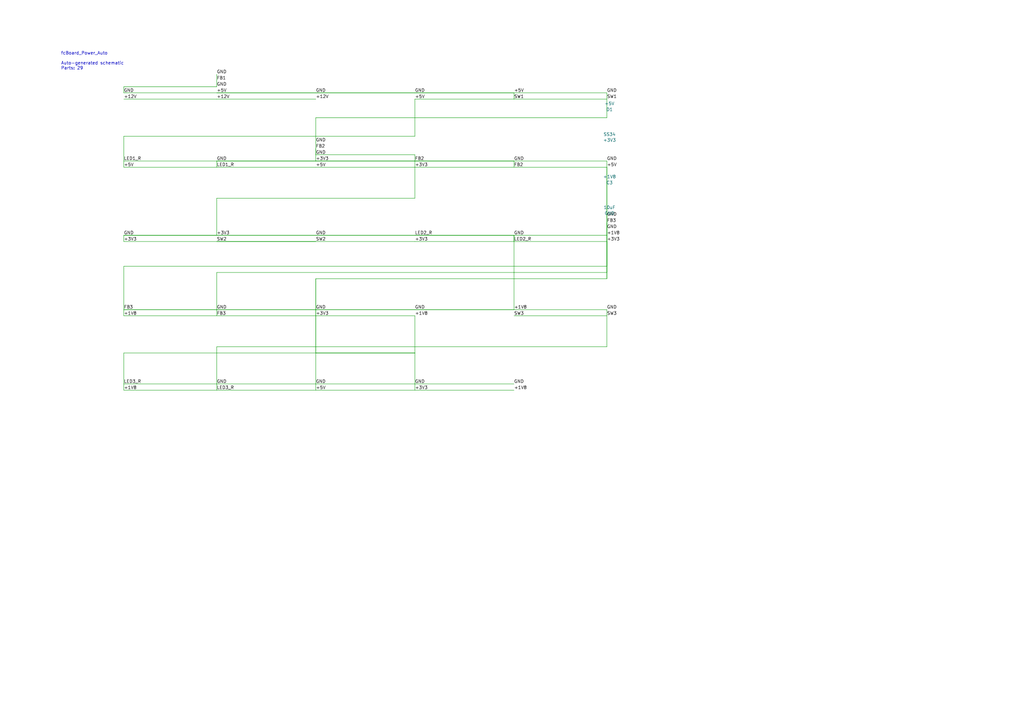
<source format=kicad_sch>
(kicad_sch (version 20250114) (generator "kicad_auto_builder") (generator_version "1.0")
  (paper "A3")
  (title_block (title "fcBoard_Power_Auto") (date "2024-12-12") (rev "1.0") (company "Auto Generated") (comment 1 "Generated by kicad_auto_builder"))
  (lib_symbols
    (symbol "+12V" (power) (pin_numbers hide) (pin_names (offset 0) hide) (in_bom no)
      (property "Value" "+12V" (at 0 3.81 0))
      (symbol "+12V_0_1"
        (polyline (pts (xy -0.762 1.27) (xy 0 2.54)))
        (polyline (pts (xy 0 0) (xy 0 2.54)))
        (polyline (pts (xy 0 2.54) (xy 0.762 1.27)))
      )
      (symbol "+12V_1_1"
        (pin power_in line (at 0 0 90) (length 0) (name "+12V") (number "1"))
      )
    )
    (symbol "+5V" (power) (pin_numbers hide) (pin_names (offset 0) hide) (in_bom no)
      (property "Value" "+5V" (at 0 3.81 0))
      (symbol "+5V_0_1"
        (polyline (pts (xy -0.762 1.27) (xy 0 2.54)))
        (polyline (pts (xy 0 0) (xy 0 2.54)))
        (polyline (pts (xy 0 2.54) (xy 0.762 1.27)))
      )
      (symbol "+5V_1_1"
        (pin power_in line (at 0 0 90) (length 0) (name "+5V") (number "1"))
      )
    )
    (symbol "+3V3" (power) (pin_numbers hide) (pin_names (offset 0) hide) (in_bom no)
      (property "Value" "+3V3" (at 0 3.81 0))
      (symbol "+3V3_0_1"
        (polyline (pts (xy -0.762 1.27) (xy 0 2.54)))
        (polyline (pts (xy 0 0) (xy 0 2.54)))
        (polyline (pts (xy 0 2.54) (xy 0.762 1.27)))
      )
      (symbol "+3V3_1_1"
        (pin power_in line (at 0 0 90) (length 0) (name "+3V3") (number "1"))
      )
    )
    (symbol "+1V8" (power) (pin_numbers hide) (pin_names (offset 0) hide) (in_bom no)
      (property "Value" "+1V8" (at 0 3.81 0))
      (symbol "+1V8_0_1"
        (polyline (pts (xy -0.762 1.27) (xy 0 2.54)))
        (polyline (pts (xy 0 0) (xy 0 2.54)))
        (polyline (pts (xy 0 2.54) (xy 0.762 1.27)))
      )
      (symbol "+1V8_1_1"
        (pin power_in line (at 0 0 90) (length 0) (name "+1V8") (number "1"))
      )
    )
    (symbol "GND" (power) (pin_numbers hide) (pin_names (offset 0) hide) (in_bom no)
      (property "Value" "GND" (at 0 -2.54 0))
      (symbol "GND_0_1"
        (polyline (pts (xy 0 0) (xy 0 -1.27) (xy 1.27 -1.27) (xy 0 -2.54) (xy -1.27 -1.27) (xy 0 -1.27)))
      )
      (symbol "GND_1_1"
        (pin power_in line (at 0 0 270) (length 0) (name "GND") (number "1"))
      )
    )
    (symbol "Barrel_Jack" (pin_names (offset 1.016))
      (property "Reference" "J" (at 0 6.35 0))
      (property "Value" "Barrel_Jack" (at 0 -6.35 0))
      (symbol "Barrel_Jack_0_1"
        (rectangle (start -5.08 5.08) (end 5.08 -5.08) (stroke (width 0.254)) (fill (type background)))
      )
      (symbol "Barrel_Jack_1_1"
        (pin passive line (at 7.62 2.54 180) (length 2.54) (name "+") (number "1"))
        (pin passive line (at 7.62 -2.54 180) (length 2.54) (name "-") (number "2"))
      )
    )
    (symbol "LM2596S-5" (pin_names (offset 1.016))
      (property "Reference" "U" (at 0 10.16 0))
      (property "Value" "LM2596S-5.0" (at 0 -10.16 0))
      (symbol "LM2596S-5_0_1"
        (rectangle (start -7.62 7.62) (end 7.62 -7.62) (stroke (width 0.254)) (fill (type background)))
      )
      (symbol "LM2596S-5_1_1"
        (pin power_in line (at -10.16 5.08 0) (length 2.54) (name "VIN") (number "1"))
        (pin output line (at 10.16 5.08 180) (length 2.54) (name "OUT") (number "2"))
        (pin power_in line (at 0 -10.16 90) (length 2.54) (name "GND") (number "3"))
        (pin input line (at 10.16 0 180) (length 2.54) (name "FB") (number "4"))
        (pin input line (at -10.16 0 0) (length 2.54) (name "ON/OFF") (number "5"))
      )
    )
    (symbol "CP" (pin_numbers hide) (pin_names (offset 0.254))
      (property "Reference" "C" (at 0.635 2.54 0))
      (property "Value" "CP" (at 0.635 -2.54 0))
      (symbol "CP_0_1"
        (rectangle (start -2.286 0.508) (end 2.286 1.016))
        (polyline (pts (xy -1.778 2.286) (xy -0.762 2.286)))
        (polyline (pts (xy -1.27 1.778) (xy -1.27 2.794)))
        (rectangle (start 2.286 -0.508) (end -2.286 -1.016) (fill (type outline)))
      )
      (symbol "CP_1_1"
        (pin passive line (at 0 3.81 270) (length 2.794) (name "1") (number "1"))
        (pin passive line (at 0 -3.81 90) (length 2.794) (name "2") (number "2"))
      )
    )
    (symbol "L" (pin_numbers hide) (pin_names (offset 1.016))
      (property "Reference" "L" (at -1.27 0 90))
      (property "Value" "L" (at 1.905 0 90))
      (symbol "L_0_1"
        (arc (start 0 -2.54) (mid 0.6323 -1.905) (end 0 -1.27))
        (arc (start 0 -1.27) (mid 0.6323 -0.635) (end 0 0))
        (arc (start 0 0) (mid 0.6323 0.635) (end 0 1.27))
        (arc (start 0 1.27) (mid 0.6323 1.905) (end 0 2.54))
      )
      (symbol "L_1_1"
        (pin passive line (at 0 5.08 270) (length 2.54) (name "1") (number "1"))
        (pin passive line (at 0 -5.08 90) (length 2.54) (name "2") (number "2"))
      )
    )
    (symbol "D_Schottky" (pin_numbers hide) (pin_names (offset 1.016) hide)
      (property "Reference" "D" (at 0 2.54 0))
      (property "Value" "D_Schottky" (at 0 -2.54 0))
      (symbol "D_Schottky_0_1"
        (polyline (pts (xy 1.27 0) (xy -1.27 0)))
        (polyline (pts (xy 1.27 1.27) (xy 1.27 -1.27) (xy -1.27 0) (xy 1.27 1.27)) (stroke (width 0.254)))
      )
      (symbol "D_Schottky_1_1"
        (pin passive line (at -3.81 0 0) (length 2.54) (name "K") (number "1"))
        (pin passive line (at 3.81 0 180) (length 2.54) (name "A") (number "2"))
      )
    )
    (symbol "LED" (pin_numbers hide) (pin_names (offset 1.016) hide)
      (property "Reference" "D" (at 0 2.54 0))
      (property "Value" "LED" (at 0 -2.54 0))
      (symbol "LED_0_1"
        (polyline (pts (xy -1.27 -1.27) (xy -1.27 1.27)) (stroke (width 0.254)))
        (polyline (pts (xy -1.27 0) (xy 1.27 0)))
        (polyline (pts (xy 1.27 -1.27) (xy 1.27 1.27) (xy -1.27 0) (xy 1.27 -1.27)) (stroke (width 0.254)))
      )
      (symbol "LED_1_1"
        (pin passive line (at -3.81 0 0) (length 2.54) (name "K") (number "1"))
        (pin passive line (at 3.81 0 180) (length 2.54) (name "A") (number "2"))
      )
    )
    (symbol "R" (pin_numbers hide) (pin_names (offset 0))
      (property "Reference" "R" (at 2.032 0 90))
      (property "Value" "R" (at 0 0 90))
      (symbol "R_0_1"
        (rectangle (start -1.016 -2.54) (end 1.016 2.54) (stroke (width 0.254)))
      )
      (symbol "R_1_1"
        (pin passive line (at 0 5.08 270) (length 2.54) (name "1") (number "1"))
        (pin passive line (at 0 -5.08 90) (length 2.54) (name "2") (number "2"))
      )
    )
    (symbol "LM2596S-ADJ" (pin_names (offset 1.016))
      (property "Reference" "U" (at 0 10.16 0))
      (property "Value" "LM2596S-ADJ" (at 0 -10.16 0))
      (symbol "LM2596S-ADJ_0_1"
        (rectangle (start -7.62 7.62) (end 7.62 -7.62) (stroke (width 0.254)) (fill (type background)))
      )
      (symbol "LM2596S-ADJ_1_1"
        (pin power_in line (at -10.16 5.08 0) (length 2.54) (name "VIN") (number "1"))
        (pin output line (at 10.16 5.08 180) (length 2.54) (name "OUT") (number "2"))
        (pin power_in line (at 0 -10.16 90) (length 2.54) (name "GND") (number "3"))
        (pin input line (at 10.16 0 180) (length 2.54) (name "FB") (number "4"))
        (pin input line (at -10.16 0 0) (length 2.54) (name "ON/OFF") (number "5"))
      )
    )
    (symbol "C" (pin_numbers hide) (pin_names (offset 0.254))
      (property "Reference" "C" (at 0.635 2.54 0))
      (property "Value" "C" (at 0.635 -2.54 0))
      (symbol "C_0_1"
        (polyline (pts (xy -2.032 -0.762) (xy 2.032 -0.762)) (stroke (width 0.508)))
        (polyline (pts (xy -2.032 0.762) (xy 2.032 0.762)) (stroke (width 0.508)))
      )
      (symbol "C_1_1"
        (pin passive line (at 0 3.81 270) (length 2.794) (name "1") (number "1"))
        (pin passive line (at 0 -3.81 90) (length 2.794) (name "2") (number "2"))
      )
    )
  )
  (symbol (lib_id "custom:Barrel_Jack") (at 50.0 50.0 0) (unit 1)
    (property "Reference" "J1" (at 50.0 44.92 0))
    (property "Value" "DC Jack 12V" (at 50.0 55.08 0))
  )
  (symbol (lib_id "custom:LM2596S-5") (at 90.0 50.0 0) (unit 1)
    (property "Reference" "U1" (at 90.0 44.92 0))
    (property "Value" "LM2596S-5.0" (at 90.0 55.08 0))
  )
  (symbol (lib_id "custom:CP") (at 130.0 50.0 0) (unit 1)
    (property "Reference" "C1" (at 130.0 44.92 0))
    (property "Value" "220uF/25V" (at 130.0 55.08 0))
  )
  (symbol (lib_id "custom:CP") (at 170.0 50.0 0) (unit 1)
    (property "Reference" "C2" (at 170.0 44.92 0))
    (property "Value" "220uF/10V" (at 170.0 55.08 0))
  )
  (symbol (lib_id "custom:L") (at 210.0 50.0 0) (unit 1)
    (property "Reference" "L1" (at 210.0 44.92 0))
    (property "Value" "33uH" (at 210.0 55.08 0))
  )
  (symbol (lib_id "custom:D_Schottky") (at 250.0 50.0 0) (unit 1)
    (property "Reference" "D1" (at 250.0 44.92 0))
    (property "Value" "SS34" (at 250.0 55.08 0))
  )
  (symbol (lib_id "custom:LED") (at 50.0 80.0 0) (unit 1)
    (property "Reference" "D2" (at 50.0 74.92 0))
    (property "Value" "Green" (at 50.0 85.08 0))
  )
  (symbol (lib_id "custom:R") (at 90.0 80.0 0) (unit 1)
    (property "Reference" "R1" (at 90.0 74.92 0))
    (property "Value" "1k" (at 90.0 85.08 0))
  )
  (symbol (lib_id "custom:LM2596S-ADJ") (at 130.0 80.0 0) (unit 1)
    (property "Reference" "U2" (at 130.0 74.92 0))
    (property "Value" "LM2596S-ADJ" (at 130.0 85.08 0))
  )
  (symbol (lib_id "custom:R") (at 170.0 80.0 0) (unit 1)
    (property "Reference" "R2" (at 170.0 74.92 0))
    (property "Value" "3.3k" (at 170.0 85.08 0))
  )
  (symbol (lib_id "custom:R") (at 210.0 80.0 0) (unit 1)
    (property "Reference" "R3" (at 210.0 74.92 0))
    (property "Value" "1k" (at 210.0 85.08 0))
  )
  (symbol (lib_id "custom:C") (at 250.0 80.0 0) (unit 1)
    (property "Reference" "C3" (at 250.0 74.92 0))
    (property "Value" "10uF" (at 250.0 85.08 0))
  )
  (symbol (lib_id "custom:CP") (at 50.0 110.0 0) (unit 1)
    (property "Reference" "C4" (at 50.0 104.92 0))
    (property "Value" "220uF/10V" (at 50.0 115.08 0))
  )
  (symbol (lib_id "custom:L") (at 90.0 110.0 0) (unit 1)
    (property "Reference" "L2" (at 90.0 104.92 0))
    (property "Value" "33uH" (at 90.0 115.08 0))
  )
  (symbol (lib_id "custom:D_Schottky") (at 130.0 110.0 0) (unit 1)
    (property "Reference" "D3" (at 130.0 104.92 0))
    (property "Value" "SS34" (at 130.0 115.08 0))
  )
  (symbol (lib_id "custom:LED") (at 170.0 110.0 0) (unit 1)
    (property "Reference" "D4" (at 170.0 104.92 0))
    (property "Value" "Yellow" (at 170.0 115.08 0))
  )
  (symbol (lib_id "custom:R") (at 210.0 110.0 0) (unit 1)
    (property "Reference" "R4" (at 210.0 104.92 0))
    (property "Value" "470" (at 210.0 115.08 0))
  )
  (symbol (lib_id "custom:LM2596S-ADJ") (at 250.0 110.0 0) (unit 1)
    (property "Reference" "U3" (at 250.0 104.92 0))
    (property "Value" "LM2596S-ADJ" (at 250.0 115.08 0))
  )
  (symbol (lib_id "custom:R") (at 50.0 140.0 0) (unit 1)
    (property "Reference" "R5" (at 50.0 134.92 0))
    (property "Value" "1.5k" (at 50.0 145.08 0))
  )
  (symbol (lib_id "custom:R") (at 90.0 140.0 0) (unit 1)
    (property "Reference" "R6" (at 90.0 134.92 0))
    (property "Value" "1k" (at 90.0 145.08 0))
  )
  (symbol (lib_id "custom:C") (at 130.0 140.0 0) (unit 1)
    (property "Reference" "C5" (at 130.0 134.92 0))
    (property "Value" "10uF" (at 130.0 145.08 0))
  )
  (symbol (lib_id "custom:CP") (at 170.0 140.0 0) (unit 1)
    (property "Reference" "C6" (at 170.0 134.92 0))
    (property "Value" "100uF/10V" (at 170.0 145.08 0))
  )
  (symbol (lib_id "custom:L") (at 210.0 140.0 0) (unit 1)
    (property "Reference" "L3" (at 210.0 134.92 0))
    (property "Value" "33uH" (at 210.0 145.08 0))
  )
  (symbol (lib_id "custom:D_Schottky") (at 250.0 140.0 0) (unit 1)
    (property "Reference" "D5" (at 250.0 134.92 0))
    (property "Value" "SS34" (at 250.0 145.08 0))
  )
  (symbol (lib_id "custom:LED") (at 50.0 170.0 0) (unit 1)
    (property "Reference" "D6" (at 50.0 164.92 0))
    (property "Value" "Red" (at 50.0 175.08 0))
  )
  (symbol (lib_id "custom:R") (at 90.0 170.0 0) (unit 1)
    (property "Reference" "R7" (at 90.0 164.92 0))
    (property "Value" "100" (at 90.0 175.08 0))
  )
  (symbol (lib_id "custom:C") (at 130.0 170.0 0) (unit 1)
    (property "Reference" "C7" (at 130.0 164.92 0))
    (property "Value" "100nF" (at 130.0 175.08 0))
  )
  (symbol (lib_id "custom:C") (at 170.0 170.0 0) (unit 1)
    (property "Reference" "C8" (at 170.0 164.92 0))
    (property "Value" "100nF" (at 170.0 175.08 0))
  )
  (symbol (lib_id "custom:C") (at 210.0 170.0 0) (unit 1)
    (property "Reference" "C9" (at 210.0 164.92 0))
    (property "Value" "100nF" (at 210.0 175.08 0))
  )
  (symbol (lib_id "custom:+12V") (at 250.0 30.0 0) (unit 1) (in_bom no)
    (property "Reference" "#PWR" (effects hide))
    (property "Value" "+12V" (at 250.0 27.46 0))
  )
  (symbol (lib_id "custom:+5V") (at 250.0 45.0 0) (unit 1) (in_bom no)
    (property "Reference" "#PWR" (effects hide))
    (property "Value" "+5V" (at 250.0 42.46 0))
  )
  (symbol (lib_id "custom:+3V3") (at 250.0 60.0 0) (unit 1) (in_bom no)
    (property "Reference" "#PWR" (effects hide))
    (property "Value" "+3V3" (at 250.0 57.46 0))
  )
  (symbol (lib_id "custom:+1V8") (at 250.0 75.0 0) (unit 1) (in_bom no)
    (property "Reference" "#PWR" (effects hide))
    (property "Value" "+1V8" (at 250.0 72.46 0))
  )
  (symbol (lib_id "custom:GND") (at 250.0 90.0 180) (unit 1) (in_bom no)
    (property "Reference" "#PWR" (effects hide))
    (property "Value" "GND" (at 250.0 87.46 0))
  )
  (wire (pts (xy 50.8 40.64) (xy 88.9 40.64)))
  (wire (pts (xy 88.9 40.64) (xy 129.54 40.64)))
  (wire (pts (xy 88.9 30.48) (xy 88.9 35.56)))
  (wire (pts (xy 88.9 35.56) (xy 50.8 35.56)))
  (wire (pts (xy 50.8 35.56) (xy 50.8 38.1)))
  (wire (pts (xy 50.8 38.1) (xy 129.54 38.1)))
  (wire (pts (xy 129.54 38.1) (xy 170.18 38.1)))
  (wire (pts (xy 170.18 38.1) (xy 248.92000000000002 38.1)))
  (wire (pts (xy 248.92000000000002 38.1) (xy 248.92000000000002 48.26)))
  (wire (pts (xy 248.92000000000002 48.26) (xy 129.54 48.26)))
  (wire (pts (xy 129.54 48.26) (xy 129.54 58.42)))
  (wire (pts (xy 129.54 58.42) (xy 129.54 63.5)))
  (wire (pts (xy 129.54 63.5) (xy 129.54 66.04)))
  (wire (pts (xy 129.54 66.04) (xy 88.9 66.04)))
  (wire (pts (xy 88.9 66.04) (xy 210.82 66.04)))
  (wire (pts (xy 210.82 66.04) (xy 248.92000000000002 66.04)))
  (wire (pts (xy 248.92000000000002 66.04) (xy 248.92000000000002 88.9)))
  (wire (pts (xy 248.92000000000002 88.9) (xy 248.92000000000002 93.98)))
  (wire (pts (xy 248.92000000000002 93.98) (xy 248.92000000000002 96.52)))
  (wire (pts (xy 248.92000000000002 96.52) (xy 50.8 96.52)))
  (wire (pts (xy 50.8 96.52) (xy 129.54 96.52)))
  (wire (pts (xy 129.54 96.52) (xy 210.82 96.52)))
  (wire (pts (xy 210.82 96.52) (xy 210.82 111.76)))
  (wire (pts (xy 210.82 111.76) (xy 88.9 111.76)))
  (wire (pts (xy 88.9 111.76) (xy 88.9 127.0)))
  (wire (pts (xy 88.9 127.0) (xy 129.54 127.0)))
  (wire (pts (xy 129.54 127.0) (xy 170.18 127.0)))
  (wire (pts (xy 170.18 127.0) (xy 248.92000000000002 127.0)))
  (wire (pts (xy 248.92000000000002 127.0) (xy 248.92000000000002 142.24)))
  (wire (pts (xy 248.92000000000002 142.24) (xy 88.9 142.24)))
  (wire (pts (xy 88.9 142.24) (xy 88.9 157.48)))
  (wire (pts (xy 88.9 157.48) (xy 129.54 157.48)))
  (wire (pts (xy 129.54 157.48) (xy 170.18 157.48)))
  (wire (pts (xy 170.18 157.48) (xy 210.82 157.48)))
  (wire (pts (xy 88.9 38.1) (xy 210.82 38.1)))
  (wire (pts (xy 210.82 38.1) (xy 210.82 40.64)))
  (wire (pts (xy 210.82 40.64) (xy 170.18 40.64)))
  (wire (pts (xy 170.18 40.64) (xy 170.18 55.88)))
  (wire (pts (xy 170.18 55.88) (xy 50.8 55.88)))
  (wire (pts (xy 50.8 55.88) (xy 50.8 68.58)))
  (wire (pts (xy 50.8 68.58) (xy 129.54 68.58)))
  (wire (pts (xy 129.54 68.58) (xy 248.92000000000002 68.58)))
  (wire (pts (xy 248.92000000000002 68.58) (xy 248.92000000000002 114.3)))
  (wire (pts (xy 248.92000000000002 114.3) (xy 129.54 114.3)))
  (wire (pts (xy 129.54 114.3) (xy 129.54 160.02)))
  (wire (pts (xy 210.82 40.64) (xy 248.92000000000002 40.64)))
  (wire (pts (xy 50.8 66.04) (xy 88.9 66.04)))
  (wire (pts (xy 88.9 66.04) (xy 88.9 68.58)))
  (wire (pts (xy 129.54 66.04) (xy 170.18 66.04)))
  (wire (pts (xy 170.18 66.04) (xy 170.18 68.58)))
  (wire (pts (xy 170.18 68.58) (xy 170.18 81.28)))
  (wire (pts (xy 170.18 81.28) (xy 88.9 81.28)))
  (wire (pts (xy 88.9 81.28) (xy 88.9 96.52)))
  (wire (pts (xy 88.9 96.52) (xy 50.8 96.52)))
  (wire (pts (xy 50.8 96.52) (xy 50.8 99.06)))
  (wire (pts (xy 50.8 99.06) (xy 170.18 99.06)))
  (wire (pts (xy 170.18 99.06) (xy 248.92000000000002 99.06)))
  (wire (pts (xy 248.92000000000002 99.06) (xy 248.92000000000002 114.3)))
  (wire (pts (xy 129.54 114.3) (xy 129.54 129.54)))
  (wire (pts (xy 129.54 129.54) (xy 129.54 144.78)))
  (wire (pts (xy 129.54 144.78) (xy 170.18 144.78)))
  (wire (pts (xy 170.18 144.78) (xy 170.18 160.02)))
  (wire (pts (xy 129.54 60.96) (xy 129.54 63.5)))
  (wire (pts (xy 129.54 63.5) (xy 170.18 63.5)))
  (wire (pts (xy 170.18 63.5) (xy 170.18 66.04)))
  (wire (pts (xy 170.18 66.04) (xy 210.82 66.04)))
  (wire (pts (xy 210.82 66.04) (xy 210.82 68.58)))
  (wire (pts (xy 88.9 99.06) (xy 129.54 99.06)))
  (wire (pts (xy 170.18 96.52) (xy 210.82 96.52)))
  (wire (pts (xy 210.82 96.52) (xy 210.82 99.06)))
  (wire (pts (xy 248.92000000000002 96.52) (xy 248.92000000000002 111.76)))
  (wire (pts (xy 248.92000000000002 111.76) (xy 210.82 111.76)))
  (wire (pts (xy 210.82 111.76) (xy 210.82 127.0)))
  (wire (pts (xy 210.82 127.0) (xy 50.8 127.0)))
  (wire (pts (xy 50.8 127.0) (xy 50.8 129.54)))
  (wire (pts (xy 50.8 129.54) (xy 170.18 129.54)))
  (wire (pts (xy 170.18 129.54) (xy 170.18 144.78)))
  (wire (pts (xy 170.18 144.78) (xy 50.8 144.78)))
  (wire (pts (xy 50.8 144.78) (xy 50.8 160.02)))
  (wire (pts (xy 50.8 160.02) (xy 210.82 160.02)))
  (wire (pts (xy 248.92000000000002 91.44) (xy 248.92000000000002 109.22)))
  (wire (pts (xy 248.92000000000002 109.22) (xy 50.8 109.22)))
  (wire (pts (xy 50.8 109.22) (xy 50.8 127.0)))
  (wire (pts (xy 50.8 127.0) (xy 88.9 127.0)))
  (wire (pts (xy 88.9 127.0) (xy 88.9 129.54)))
  (wire (pts (xy 210.82 129.54) (xy 248.92000000000002 129.54)))
  (wire (pts (xy 50.8 157.48) (xy 88.9 157.48)))
  (wire (pts (xy 88.9 157.48) (xy 88.9 160.02)))
  (label "+12V" (at 50.8 40.64 0))
  (label "GND" (at 50.8 38.1 0))
  (label "+12V" (at 88.9 40.64 0))
  (label "+5V" (at 88.9 38.1 0))
  (label "GND" (at 88.9 35.56 0))
  (label "FB1" (at 88.9 33.02 0))
  (label "GND" (at 88.9 30.48 0))
  (label "+12V" (at 129.54 40.64 0))
  (label "GND" (at 129.54 38.1 0))
  (label "+5V" (at 170.18 40.64 0))
  (label "GND" (at 170.18 38.1 0))
  (label "SW1" (at 210.82 40.64 0))
  (label "+5V" (at 210.82 38.1 0))
  (label "SW1" (at 248.92000000000002 40.64 0))
  (label "GND" (at 248.92000000000002 38.1 0))
  (label "+5V" (at 50.8 68.58 0))
  (label "LED1_R" (at 50.8 66.04 0))
  (label "LED1_R" (at 88.9 68.58 0))
  (label "GND" (at 88.9 66.04 0))
  (label "+5V" (at 129.54 68.58 0))
  (label "+3V3" (at 129.54 66.04 0))
  (label "GND" (at 129.54 63.5 0))
  (label "FB2" (at 129.54 60.96 0))
  (label "GND" (at 129.54 58.42 0))
  (label "+3V3" (at 170.18 68.58 0))
  (label "FB2" (at 170.18 66.04 0))
  (label "FB2" (at 210.82 68.58 0))
  (label "GND" (at 210.82 66.04 0))
  (label "+5V" (at 248.92000000000002 68.58 0))
  (label "GND" (at 248.92000000000002 66.04 0))
  (label "+3V3" (at 50.8 99.06 0))
  (label "GND" (at 50.8 96.52 0))
  (label "SW2" (at 88.9 99.06 0))
  (label "+3V3" (at 88.9 96.52 0))
  (label "SW2" (at 129.54 99.06 0))
  (label "GND" (at 129.54 96.52 0))
  (label "+3V3" (at 170.18 99.06 0))
  (label "LED2_R" (at 170.18 96.52 0))
  (label "LED2_R" (at 210.82 99.06 0))
  (label "GND" (at 210.82 96.52 0))
  (label "+3V3" (at 248.92000000000002 99.06 0))
  (label "+1V8" (at 248.92000000000002 96.52 0))
  (label "GND" (at 248.92000000000002 93.98 0))
  (label "FB3" (at 248.92000000000002 91.44 0))
  (label "GND" (at 248.92000000000002 88.9 0))
  (label "+1V8" (at 50.8 129.54 0))
  (label "FB3" (at 50.8 127.0 0))
  (label "FB3" (at 88.9 129.54 0))
  (label "GND" (at 88.9 127.0 0))
  (label "+3V3" (at 129.54 129.54 0))
  (label "GND" (at 129.54 127.0 0))
  (label "+1V8" (at 170.18 129.54 0))
  (label "GND" (at 170.18 127.0 0))
  (label "SW3" (at 210.82 129.54 0))
  (label "+1V8" (at 210.82 127.0 0))
  (label "SW3" (at 248.92000000000002 129.54 0))
  (label "GND" (at 248.92000000000002 127.0 0))
  (label "+1V8" (at 50.8 160.02 0))
  (label "LED3_R" (at 50.8 157.48 0))
  (label "LED3_R" (at 88.9 160.02 0))
  (label "GND" (at 88.9 157.48 0))
  (label "+5V" (at 129.54 160.02 0))
  (label "GND" (at 129.54 157.48 0))
  (label "+3V3" (at 170.18 160.02 0))
  (label "GND" (at 170.18 157.48 0))
  (label "+1V8" (at 210.82 160.02 0))
  (label "GND" (at 210.82 157.48 0))
  (text "fcBoard_Power_Auto\n\nAuto-generated schematic\nParts: 29" (at 25.0 25.0 0) (effects (font (size 1.27 1.27)) (justify left)))
)
</source>
